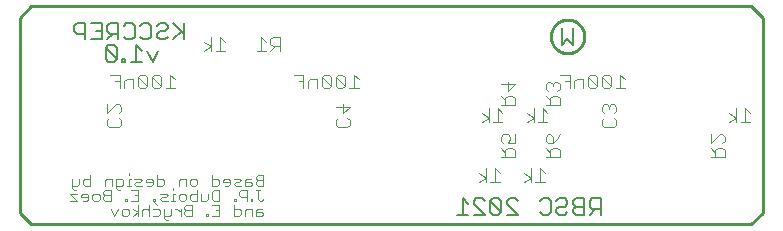
<source format=gbo>
G75*
%MOIN*%
%OFA0B0*%
%FSLAX25Y25*%
%IPPOS*%
%LPD*%
%AMOC8*
5,1,8,0,0,1.08239X$1,22.5*
%
%ADD10C,0.01000*%
%ADD11C,0.00500*%
%ADD12C,0.00300*%
%ADD13C,0.00400*%
D10*
X0007750Y0004000D02*
X0004000Y0007750D01*
X0004000Y0072750D01*
X0007750Y0076500D01*
X0247750Y0076500D01*
X0251500Y0072750D01*
X0251500Y0007750D01*
X0247750Y0004000D01*
X0007750Y0004000D01*
X0180910Y0066500D02*
X0180912Y0066649D01*
X0180918Y0066799D01*
X0180928Y0066948D01*
X0180942Y0067097D01*
X0180960Y0067245D01*
X0180982Y0067393D01*
X0181008Y0067540D01*
X0181037Y0067687D01*
X0181071Y0067832D01*
X0181109Y0067977D01*
X0181150Y0068120D01*
X0181195Y0068263D01*
X0181244Y0068404D01*
X0181297Y0068544D01*
X0181354Y0068682D01*
X0181414Y0068819D01*
X0181478Y0068954D01*
X0181545Y0069088D01*
X0181616Y0069219D01*
X0181690Y0069349D01*
X0181768Y0069476D01*
X0181849Y0069602D01*
X0181934Y0069725D01*
X0182022Y0069846D01*
X0182113Y0069964D01*
X0182207Y0070080D01*
X0182304Y0070194D01*
X0182405Y0070305D01*
X0182508Y0070413D01*
X0182614Y0070518D01*
X0182723Y0070621D01*
X0182834Y0070720D01*
X0182948Y0070817D01*
X0183065Y0070910D01*
X0183184Y0071000D01*
X0183306Y0071087D01*
X0183429Y0071171D01*
X0183555Y0071252D01*
X0183683Y0071329D01*
X0183814Y0071402D01*
X0183946Y0071472D01*
X0184079Y0071539D01*
X0184215Y0071602D01*
X0184352Y0071661D01*
X0184491Y0071716D01*
X0184631Y0071768D01*
X0184773Y0071816D01*
X0184915Y0071861D01*
X0185059Y0071901D01*
X0185204Y0071938D01*
X0185350Y0071970D01*
X0185497Y0071999D01*
X0185644Y0072024D01*
X0185792Y0072045D01*
X0185940Y0072062D01*
X0186089Y0072075D01*
X0186239Y0072084D01*
X0186388Y0072089D01*
X0186537Y0072090D01*
X0186687Y0072087D01*
X0186836Y0072080D01*
X0186985Y0072069D01*
X0187134Y0072054D01*
X0187282Y0072035D01*
X0187430Y0072012D01*
X0187577Y0071985D01*
X0187723Y0071955D01*
X0187868Y0071920D01*
X0188013Y0071881D01*
X0188156Y0071839D01*
X0188298Y0071793D01*
X0188439Y0071743D01*
X0188579Y0071689D01*
X0188717Y0071632D01*
X0188853Y0071571D01*
X0188988Y0071506D01*
X0189121Y0071438D01*
X0189252Y0071366D01*
X0189381Y0071290D01*
X0189508Y0071212D01*
X0189633Y0071130D01*
X0189755Y0071044D01*
X0189876Y0070956D01*
X0189994Y0070864D01*
X0190109Y0070769D01*
X0190222Y0070671D01*
X0190332Y0070570D01*
X0190439Y0070466D01*
X0190544Y0070359D01*
X0190646Y0070250D01*
X0190745Y0070138D01*
X0190840Y0070023D01*
X0190933Y0069905D01*
X0191022Y0069786D01*
X0191109Y0069664D01*
X0191192Y0069539D01*
X0191271Y0069413D01*
X0191347Y0069284D01*
X0191420Y0069154D01*
X0191489Y0069021D01*
X0191555Y0068887D01*
X0191617Y0068751D01*
X0191675Y0068613D01*
X0191730Y0068474D01*
X0191781Y0068334D01*
X0191828Y0068192D01*
X0191871Y0068049D01*
X0191911Y0067905D01*
X0191946Y0067759D01*
X0191978Y0067613D01*
X0192006Y0067467D01*
X0192030Y0067319D01*
X0192050Y0067171D01*
X0192066Y0067022D01*
X0192078Y0066873D01*
X0192086Y0066724D01*
X0192090Y0066575D01*
X0192090Y0066425D01*
X0192086Y0066276D01*
X0192078Y0066127D01*
X0192066Y0065978D01*
X0192050Y0065829D01*
X0192030Y0065681D01*
X0192006Y0065533D01*
X0191978Y0065387D01*
X0191946Y0065241D01*
X0191911Y0065095D01*
X0191871Y0064951D01*
X0191828Y0064808D01*
X0191781Y0064666D01*
X0191730Y0064526D01*
X0191675Y0064387D01*
X0191617Y0064249D01*
X0191555Y0064113D01*
X0191489Y0063979D01*
X0191420Y0063846D01*
X0191347Y0063716D01*
X0191271Y0063587D01*
X0191192Y0063461D01*
X0191109Y0063336D01*
X0191022Y0063214D01*
X0190933Y0063095D01*
X0190840Y0062977D01*
X0190745Y0062862D01*
X0190646Y0062750D01*
X0190544Y0062641D01*
X0190439Y0062534D01*
X0190332Y0062430D01*
X0190222Y0062329D01*
X0190109Y0062231D01*
X0189994Y0062136D01*
X0189876Y0062044D01*
X0189755Y0061956D01*
X0189633Y0061870D01*
X0189508Y0061788D01*
X0189381Y0061710D01*
X0189252Y0061634D01*
X0189121Y0061562D01*
X0188988Y0061494D01*
X0188853Y0061429D01*
X0188717Y0061368D01*
X0188579Y0061311D01*
X0188439Y0061257D01*
X0188298Y0061207D01*
X0188156Y0061161D01*
X0188013Y0061119D01*
X0187868Y0061080D01*
X0187723Y0061045D01*
X0187577Y0061015D01*
X0187430Y0060988D01*
X0187282Y0060965D01*
X0187134Y0060946D01*
X0186985Y0060931D01*
X0186836Y0060920D01*
X0186687Y0060913D01*
X0186537Y0060910D01*
X0186388Y0060911D01*
X0186239Y0060916D01*
X0186089Y0060925D01*
X0185940Y0060938D01*
X0185792Y0060955D01*
X0185644Y0060976D01*
X0185497Y0061001D01*
X0185350Y0061030D01*
X0185204Y0061062D01*
X0185059Y0061099D01*
X0184915Y0061139D01*
X0184773Y0061184D01*
X0184631Y0061232D01*
X0184491Y0061284D01*
X0184352Y0061339D01*
X0184215Y0061398D01*
X0184079Y0061461D01*
X0183946Y0061528D01*
X0183814Y0061598D01*
X0183683Y0061671D01*
X0183555Y0061748D01*
X0183429Y0061829D01*
X0183306Y0061913D01*
X0183184Y0062000D01*
X0183065Y0062090D01*
X0182948Y0062183D01*
X0182834Y0062280D01*
X0182723Y0062379D01*
X0182614Y0062482D01*
X0182508Y0062587D01*
X0182405Y0062695D01*
X0182304Y0062806D01*
X0182207Y0062920D01*
X0182113Y0063036D01*
X0182022Y0063154D01*
X0181934Y0063275D01*
X0181849Y0063398D01*
X0181768Y0063524D01*
X0181690Y0063651D01*
X0181616Y0063781D01*
X0181545Y0063912D01*
X0181478Y0064046D01*
X0181414Y0064181D01*
X0181354Y0064318D01*
X0181297Y0064456D01*
X0181244Y0064596D01*
X0181195Y0064737D01*
X0181150Y0064880D01*
X0181109Y0065023D01*
X0181071Y0065168D01*
X0181037Y0065313D01*
X0181008Y0065460D01*
X0180982Y0065607D01*
X0180960Y0065755D01*
X0180942Y0065903D01*
X0180928Y0066052D01*
X0180918Y0066201D01*
X0180912Y0066351D01*
X0180910Y0066500D01*
D11*
X0184605Y0063750D02*
X0186440Y0065585D01*
X0188275Y0063750D01*
X0188275Y0069255D01*
X0184605Y0069255D02*
X0184605Y0063750D01*
X0058750Y0065500D02*
X0058750Y0071005D01*
X0058750Y0067335D02*
X0055080Y0071005D01*
X0053225Y0070087D02*
X0053225Y0069170D01*
X0052308Y0068252D01*
X0050473Y0068252D01*
X0049555Y0067335D01*
X0049555Y0066417D01*
X0050473Y0065500D01*
X0052308Y0065500D01*
X0053225Y0066417D01*
X0055080Y0065500D02*
X0057833Y0068252D01*
X0053225Y0070087D02*
X0052308Y0071005D01*
X0050473Y0071005D01*
X0049555Y0070087D01*
X0047701Y0070087D02*
X0046783Y0071005D01*
X0044948Y0071005D01*
X0044031Y0070087D01*
X0042176Y0070087D02*
X0041258Y0071005D01*
X0039423Y0071005D01*
X0038506Y0070087D01*
X0036651Y0071005D02*
X0033899Y0071005D01*
X0032981Y0070087D01*
X0032981Y0068252D01*
X0033899Y0067335D01*
X0036651Y0067335D01*
X0034816Y0067335D02*
X0032981Y0065500D01*
X0031126Y0065500D02*
X0027457Y0065500D01*
X0025602Y0065500D02*
X0025602Y0071005D01*
X0022849Y0071005D01*
X0021932Y0070087D01*
X0021932Y0068252D01*
X0022849Y0067335D01*
X0025602Y0067335D01*
X0029292Y0068252D02*
X0031126Y0068252D01*
X0031126Y0065500D02*
X0031126Y0071005D01*
X0027457Y0071005D01*
X0036651Y0071005D02*
X0036651Y0065500D01*
X0038506Y0066417D02*
X0039423Y0065500D01*
X0041258Y0065500D01*
X0042176Y0066417D01*
X0042176Y0070087D01*
X0047701Y0070087D02*
X0047701Y0066417D01*
X0046783Y0065500D01*
X0044948Y0065500D01*
X0044031Y0066417D01*
X0042640Y0063505D02*
X0042640Y0058000D01*
X0044475Y0058000D02*
X0040805Y0058000D01*
X0038951Y0058000D02*
X0038033Y0058000D01*
X0038033Y0058917D01*
X0038951Y0058917D01*
X0038951Y0058000D01*
X0036188Y0058917D02*
X0032518Y0062587D01*
X0032518Y0058917D01*
X0033436Y0058000D01*
X0035271Y0058000D01*
X0036188Y0058917D01*
X0036188Y0062587D01*
X0035271Y0063505D01*
X0033436Y0063505D01*
X0032518Y0062587D01*
X0042640Y0063505D02*
X0044475Y0061670D01*
X0046330Y0061670D02*
X0048165Y0058000D01*
X0050000Y0061670D01*
X0151467Y0012505D02*
X0151467Y0007000D01*
X0153302Y0007000D02*
X0149632Y0007000D01*
X0155157Y0007000D02*
X0158827Y0007000D01*
X0155157Y0010670D01*
X0155157Y0011587D01*
X0156075Y0012505D01*
X0157910Y0012505D01*
X0158827Y0011587D01*
X0160682Y0011587D02*
X0164352Y0007917D01*
X0163434Y0007000D01*
X0161599Y0007000D01*
X0160682Y0007917D01*
X0160682Y0011587D01*
X0161599Y0012505D01*
X0163434Y0012505D01*
X0164352Y0011587D01*
X0164352Y0007917D01*
X0166207Y0007000D02*
X0169876Y0007000D01*
X0166207Y0010670D01*
X0166207Y0011587D01*
X0167124Y0012505D01*
X0168959Y0012505D01*
X0169876Y0011587D01*
X0177256Y0011587D02*
X0178173Y0012505D01*
X0180008Y0012505D01*
X0180926Y0011587D01*
X0180926Y0007917D01*
X0180008Y0007000D01*
X0178173Y0007000D01*
X0177256Y0007917D01*
X0182781Y0007917D02*
X0183698Y0007000D01*
X0185533Y0007000D01*
X0186451Y0007917D01*
X0188305Y0007917D02*
X0188305Y0008835D01*
X0189223Y0009752D01*
X0191975Y0009752D01*
X0193830Y0009752D02*
X0194748Y0008835D01*
X0197500Y0008835D01*
X0195665Y0008835D02*
X0193830Y0007000D01*
X0191975Y0007000D02*
X0189223Y0007000D01*
X0188305Y0007917D01*
X0191975Y0007000D02*
X0191975Y0012505D01*
X0189223Y0012505D01*
X0188305Y0011587D01*
X0188305Y0010670D01*
X0189223Y0009752D01*
X0193830Y0009752D02*
X0193830Y0011587D01*
X0194748Y0012505D01*
X0197500Y0012505D01*
X0197500Y0007000D01*
X0186451Y0010670D02*
X0185533Y0009752D01*
X0183698Y0009752D01*
X0182781Y0008835D01*
X0182781Y0007917D01*
X0186451Y0010670D02*
X0186451Y0011587D01*
X0185533Y0012505D01*
X0183698Y0012505D01*
X0182781Y0011587D01*
X0153302Y0010670D02*
X0151467Y0012505D01*
D12*
X0085100Y0012267D02*
X0084483Y0011650D01*
X0083866Y0011650D01*
X0083248Y0012267D01*
X0083248Y0015353D01*
X0082631Y0015353D02*
X0083866Y0015353D01*
X0083248Y0016650D02*
X0085100Y0016650D01*
X0085100Y0020353D01*
X0083248Y0020353D01*
X0082631Y0019736D01*
X0082631Y0019119D01*
X0083248Y0018502D01*
X0085100Y0018502D01*
X0083248Y0018502D02*
X0082631Y0017884D01*
X0082631Y0017267D01*
X0083248Y0016650D01*
X0081417Y0017267D02*
X0080800Y0017884D01*
X0078948Y0017884D01*
X0078948Y0018502D02*
X0078948Y0016650D01*
X0080800Y0016650D01*
X0081417Y0017267D01*
X0079565Y0019119D02*
X0078948Y0018502D01*
X0079565Y0019119D02*
X0080800Y0019119D01*
X0077734Y0018502D02*
X0077117Y0019119D01*
X0075265Y0019119D01*
X0074051Y0018502D02*
X0073433Y0019119D01*
X0072199Y0019119D01*
X0071582Y0018502D01*
X0071582Y0017884D01*
X0074051Y0017884D01*
X0074051Y0017267D02*
X0074051Y0018502D01*
X0074051Y0017267D02*
X0073433Y0016650D01*
X0072199Y0016650D01*
X0070367Y0017267D02*
X0070367Y0018502D01*
X0069750Y0019119D01*
X0067899Y0019119D01*
X0067899Y0020353D02*
X0067899Y0016650D01*
X0069750Y0016650D01*
X0070367Y0017267D01*
X0070367Y0015353D02*
X0068516Y0015353D01*
X0067899Y0014736D01*
X0067899Y0012267D01*
X0068516Y0011650D01*
X0070367Y0011650D01*
X0070367Y0015353D01*
X0066684Y0014119D02*
X0066684Y0012267D01*
X0066067Y0011650D01*
X0064216Y0011650D01*
X0064216Y0014119D01*
X0063001Y0014119D02*
X0061150Y0014119D01*
X0060532Y0013502D01*
X0060532Y0012267D01*
X0061150Y0011650D01*
X0063001Y0011650D01*
X0063001Y0015353D01*
X0062384Y0016650D02*
X0061150Y0016650D01*
X0060532Y0017267D01*
X0060532Y0018502D01*
X0061150Y0019119D01*
X0062384Y0019119D01*
X0063001Y0018502D01*
X0063001Y0017267D01*
X0062384Y0016650D01*
X0059318Y0016650D02*
X0059318Y0019119D01*
X0057466Y0019119D01*
X0056849Y0018502D01*
X0056849Y0016650D01*
X0055018Y0015970D02*
X0055018Y0015353D01*
X0051952Y0017267D02*
X0051335Y0016650D01*
X0049483Y0016650D01*
X0049483Y0020353D01*
X0049483Y0019119D02*
X0051335Y0019119D01*
X0051952Y0018502D01*
X0051952Y0017267D01*
X0048269Y0017267D02*
X0047651Y0016650D01*
X0046417Y0016650D01*
X0044585Y0016650D02*
X0042734Y0016650D01*
X0042117Y0017267D01*
X0042734Y0017884D01*
X0043968Y0017884D01*
X0044585Y0018502D01*
X0043968Y0019119D01*
X0042117Y0019119D01*
X0040902Y0019119D02*
X0040285Y0019119D01*
X0040285Y0016650D01*
X0040902Y0016650D02*
X0039668Y0016650D01*
X0038447Y0017267D02*
X0037830Y0016650D01*
X0035978Y0016650D01*
X0035978Y0016033D02*
X0035978Y0019119D01*
X0037830Y0019119D01*
X0038447Y0018502D01*
X0038447Y0017267D01*
X0037212Y0015416D02*
X0036595Y0015416D01*
X0035978Y0016033D01*
X0034764Y0016650D02*
X0034764Y0019119D01*
X0032912Y0019119D01*
X0032295Y0018502D01*
X0032295Y0016650D01*
X0032298Y0015353D02*
X0031681Y0014736D01*
X0031681Y0014119D01*
X0032298Y0013502D01*
X0034150Y0013502D01*
X0032298Y0013502D02*
X0031681Y0012884D01*
X0031681Y0012267D01*
X0032298Y0011650D01*
X0034150Y0011650D01*
X0034150Y0015353D01*
X0032298Y0015353D01*
X0030467Y0013502D02*
X0029850Y0014119D01*
X0028615Y0014119D01*
X0027998Y0013502D01*
X0027998Y0012267D01*
X0028615Y0011650D01*
X0029850Y0011650D01*
X0030467Y0012267D01*
X0030467Y0013502D01*
X0026784Y0013502D02*
X0026784Y0012267D01*
X0026166Y0011650D01*
X0024932Y0011650D01*
X0023100Y0011650D02*
X0020632Y0011650D01*
X0023100Y0011650D02*
X0020632Y0014119D01*
X0023100Y0014119D01*
X0024315Y0013502D02*
X0024932Y0014119D01*
X0026166Y0014119D01*
X0026784Y0013502D01*
X0026784Y0012884D02*
X0024315Y0012884D01*
X0024315Y0013502D01*
X0022480Y0015416D02*
X0021863Y0015416D01*
X0021245Y0016033D01*
X0021245Y0019119D01*
X0023714Y0019119D02*
X0023714Y0017267D01*
X0023097Y0016650D01*
X0021245Y0016650D01*
X0024929Y0017267D02*
X0024929Y0018502D01*
X0025546Y0019119D01*
X0027397Y0019119D01*
X0027397Y0020353D02*
X0027397Y0016650D01*
X0025546Y0016650D01*
X0024929Y0017267D01*
X0039057Y0012267D02*
X0039057Y0011650D01*
X0039675Y0011650D01*
X0039675Y0012267D01*
X0039057Y0012267D01*
X0040889Y0011650D02*
X0043358Y0011650D01*
X0043358Y0015353D01*
X0040889Y0015353D01*
X0048269Y0017267D02*
X0048269Y0018502D01*
X0047651Y0019119D01*
X0046417Y0019119D01*
X0045800Y0018502D01*
X0045800Y0017884D01*
X0048269Y0017884D01*
X0040285Y0020353D02*
X0040285Y0020970D01*
X0050711Y0014119D02*
X0052562Y0014119D01*
X0053179Y0013502D01*
X0052562Y0012884D01*
X0051328Y0012884D01*
X0050711Y0012267D01*
X0051328Y0011650D01*
X0053179Y0011650D01*
X0054400Y0011650D02*
X0055635Y0011650D01*
X0055018Y0011650D02*
X0055018Y0014119D01*
X0055635Y0014119D01*
X0056849Y0013502D02*
X0057466Y0014119D01*
X0058701Y0014119D01*
X0059318Y0013502D01*
X0059318Y0012267D01*
X0058701Y0011650D01*
X0057466Y0011650D01*
X0056849Y0012267D01*
X0056849Y0013502D01*
X0048879Y0012267D02*
X0048879Y0011650D01*
X0048262Y0011650D01*
X0048262Y0012267D01*
X0048879Y0012267D01*
X0048262Y0011650D02*
X0049496Y0010416D01*
X0050107Y0009119D02*
X0048255Y0009119D01*
X0047041Y0008502D02*
X0046424Y0009119D01*
X0045189Y0009119D01*
X0044572Y0008502D01*
X0044572Y0006650D01*
X0043358Y0006650D02*
X0043358Y0010353D01*
X0041506Y0009119D02*
X0043358Y0007884D01*
X0041506Y0006650D01*
X0040288Y0007267D02*
X0039671Y0006650D01*
X0038437Y0006650D01*
X0037820Y0007267D01*
X0037820Y0008502D01*
X0038437Y0009119D01*
X0039671Y0009119D01*
X0040288Y0008502D01*
X0040288Y0007267D01*
X0036605Y0009119D02*
X0035371Y0006650D01*
X0034137Y0009119D01*
X0042123Y0013502D02*
X0043358Y0013502D01*
X0047041Y0010353D02*
X0047041Y0006650D01*
X0048255Y0006650D02*
X0050107Y0006650D01*
X0050724Y0007267D01*
X0050724Y0008502D01*
X0050107Y0009119D01*
X0051938Y0009119D02*
X0051938Y0006033D01*
X0052556Y0005416D01*
X0053173Y0005416D01*
X0053790Y0006650D02*
X0051938Y0006650D01*
X0053790Y0006650D02*
X0054407Y0007267D01*
X0054407Y0009119D01*
X0055625Y0009119D02*
X0056242Y0009119D01*
X0057476Y0007884D01*
X0058691Y0007884D02*
X0058691Y0007267D01*
X0059308Y0006650D01*
X0061160Y0006650D01*
X0061160Y0010353D01*
X0059308Y0010353D01*
X0058691Y0009736D01*
X0058691Y0009119D01*
X0059308Y0008502D01*
X0061160Y0008502D01*
X0059308Y0008502D02*
X0058691Y0007884D01*
X0057476Y0006650D02*
X0057476Y0009119D01*
X0066067Y0007267D02*
X0066067Y0006650D01*
X0066684Y0006650D01*
X0066684Y0007267D01*
X0066067Y0007267D01*
X0067899Y0006650D02*
X0070367Y0006650D01*
X0070367Y0010353D01*
X0067899Y0010353D01*
X0069133Y0008502D02*
X0070367Y0008502D01*
X0075265Y0009119D02*
X0077117Y0009119D01*
X0077734Y0008502D01*
X0077734Y0007267D01*
X0077117Y0006650D01*
X0075265Y0006650D01*
X0075265Y0010353D01*
X0075275Y0011650D02*
X0075892Y0011650D01*
X0075892Y0012267D01*
X0075275Y0012267D01*
X0075275Y0011650D01*
X0077107Y0013502D02*
X0077724Y0012884D01*
X0079575Y0012884D01*
X0080800Y0012267D02*
X0080800Y0011650D01*
X0081417Y0011650D01*
X0081417Y0012267D01*
X0080800Y0012267D01*
X0079575Y0011650D02*
X0079575Y0015353D01*
X0077724Y0015353D01*
X0077107Y0014736D01*
X0077107Y0013502D01*
X0077734Y0016650D02*
X0075882Y0016650D01*
X0075265Y0017267D01*
X0075882Y0017884D01*
X0077117Y0017884D01*
X0077734Y0018502D01*
X0079565Y0009119D02*
X0078948Y0008502D01*
X0078948Y0006650D01*
X0081417Y0006650D02*
X0081417Y0009119D01*
X0079565Y0009119D01*
X0082631Y0008502D02*
X0082631Y0006650D01*
X0084483Y0006650D01*
X0085100Y0007267D01*
X0084483Y0007884D01*
X0082631Y0007884D01*
X0082631Y0008502D02*
X0083248Y0009119D01*
X0084483Y0009119D01*
D13*
X0156894Y0017950D02*
X0159196Y0019485D01*
X0156894Y0021019D01*
X0159196Y0022554D02*
X0159196Y0017950D01*
X0160731Y0017950D02*
X0163800Y0017950D01*
X0162265Y0017950D02*
X0162265Y0022554D01*
X0163800Y0021019D01*
X0171894Y0021019D02*
X0174196Y0019485D01*
X0171894Y0017950D01*
X0174196Y0017950D02*
X0174196Y0022554D01*
X0177265Y0022554D02*
X0177265Y0017950D01*
X0175731Y0017950D02*
X0178800Y0017950D01*
X0178800Y0021019D02*
X0177265Y0022554D01*
X0179200Y0026242D02*
X0183804Y0026242D01*
X0183804Y0028544D01*
X0183037Y0029311D01*
X0181502Y0029311D01*
X0180735Y0028544D01*
X0180735Y0026242D01*
X0180735Y0027777D02*
X0179200Y0029311D01*
X0179967Y0030846D02*
X0179200Y0031613D01*
X0179200Y0033148D01*
X0179967Y0033915D01*
X0180735Y0033915D01*
X0181502Y0033148D01*
X0181502Y0030846D01*
X0179967Y0030846D01*
X0181502Y0030846D02*
X0183037Y0032381D01*
X0183804Y0033915D01*
X0179741Y0037950D02*
X0176671Y0037950D01*
X0175137Y0037950D02*
X0175137Y0042554D01*
X0178206Y0042554D02*
X0178206Y0037950D01*
X0175137Y0039485D02*
X0172835Y0041019D01*
X0175137Y0039485D02*
X0172835Y0037950D01*
X0178206Y0042554D02*
X0179741Y0041019D01*
X0179200Y0043742D02*
X0183804Y0043742D01*
X0183804Y0046044D01*
X0183037Y0046811D01*
X0181502Y0046811D01*
X0180735Y0046044D01*
X0180735Y0043742D01*
X0180735Y0045277D02*
X0179200Y0046811D01*
X0179967Y0048346D02*
X0179200Y0049113D01*
X0179200Y0050648D01*
X0179967Y0051415D01*
X0180735Y0051415D01*
X0181502Y0050648D01*
X0181502Y0049881D01*
X0181502Y0050648D02*
X0182269Y0051415D01*
X0183037Y0051415D01*
X0183804Y0050648D01*
X0183804Y0049113D01*
X0183037Y0048346D01*
X0187154Y0049200D02*
X0187154Y0053804D01*
X0184085Y0053804D01*
X0188689Y0051502D02*
X0189456Y0052269D01*
X0191758Y0052269D01*
X0191758Y0049200D01*
X0193293Y0049967D02*
X0194060Y0049200D01*
X0195595Y0049200D01*
X0196362Y0049967D01*
X0193293Y0053037D01*
X0193293Y0049967D01*
X0196362Y0049967D02*
X0196362Y0053037D01*
X0195595Y0053804D01*
X0194060Y0053804D01*
X0193293Y0053037D01*
X0197896Y0053037D02*
X0200966Y0049967D01*
X0200198Y0049200D01*
X0198664Y0049200D01*
X0197896Y0049967D01*
X0197896Y0053037D01*
X0198664Y0053804D01*
X0200198Y0053804D01*
X0200966Y0053037D01*
X0200966Y0049967D01*
X0202500Y0049200D02*
X0205570Y0049200D01*
X0204035Y0049200D02*
X0204035Y0053804D01*
X0205570Y0052269D01*
X0188689Y0051502D02*
X0188689Y0049200D01*
X0187154Y0051502D02*
X0185619Y0051502D01*
X0168804Y0050648D02*
X0166502Y0048346D01*
X0166502Y0051415D01*
X0164200Y0050648D02*
X0168804Y0050648D01*
X0168037Y0046811D02*
X0166502Y0046811D01*
X0165735Y0046044D01*
X0165735Y0043742D01*
X0164200Y0043742D02*
X0168804Y0043742D01*
X0168804Y0046044D01*
X0168037Y0046811D01*
X0165735Y0045277D02*
X0164200Y0046811D01*
X0163206Y0042554D02*
X0163206Y0037950D01*
X0164741Y0037950D02*
X0161671Y0037950D01*
X0160137Y0037950D02*
X0160137Y0042554D01*
X0163206Y0042554D02*
X0164741Y0041019D01*
X0160137Y0039485D02*
X0157835Y0041019D01*
X0160137Y0039485D02*
X0157835Y0037950D01*
X0164200Y0033148D02*
X0164967Y0033915D01*
X0166502Y0033915D01*
X0167269Y0033148D01*
X0167269Y0032381D01*
X0166502Y0030846D01*
X0168804Y0030846D01*
X0168804Y0033915D01*
X0164200Y0033148D02*
X0164200Y0031613D01*
X0164967Y0030846D01*
X0164200Y0029311D02*
X0165735Y0027777D01*
X0165735Y0028544D02*
X0165735Y0026242D01*
X0164200Y0026242D02*
X0168804Y0026242D01*
X0168804Y0028544D01*
X0168037Y0029311D01*
X0166502Y0029311D01*
X0165735Y0028544D01*
X0197950Y0037009D02*
X0197950Y0038544D01*
X0198717Y0039311D01*
X0201787Y0039311D02*
X0202554Y0038544D01*
X0202554Y0037009D01*
X0201787Y0036242D01*
X0198717Y0036242D01*
X0197950Y0037009D01*
X0198717Y0040846D02*
X0197950Y0041613D01*
X0197950Y0043148D01*
X0198717Y0043915D01*
X0199485Y0043915D01*
X0200252Y0043148D01*
X0200252Y0042381D01*
X0200252Y0043148D02*
X0201019Y0043915D01*
X0201787Y0043915D01*
X0202554Y0043148D01*
X0202554Y0041613D01*
X0201787Y0040846D01*
X0234200Y0033915D02*
X0234200Y0030846D01*
X0237269Y0033915D01*
X0238037Y0033915D01*
X0238804Y0033148D01*
X0238804Y0031613D01*
X0238037Y0030846D01*
X0238037Y0029311D02*
X0236502Y0029311D01*
X0235735Y0028544D01*
X0235735Y0026242D01*
X0234200Y0026242D02*
X0238804Y0026242D01*
X0238804Y0028544D01*
X0238037Y0029311D01*
X0235735Y0027777D02*
X0234200Y0029311D01*
X0240335Y0037950D02*
X0242637Y0039485D01*
X0240335Y0041019D01*
X0242637Y0042554D02*
X0242637Y0037950D01*
X0244171Y0037950D02*
X0247241Y0037950D01*
X0245706Y0037950D02*
X0245706Y0042554D01*
X0247241Y0041019D01*
X0116820Y0049200D02*
X0113750Y0049200D01*
X0115285Y0049200D02*
X0115285Y0053804D01*
X0116820Y0052269D01*
X0112216Y0053037D02*
X0112216Y0049967D01*
X0109146Y0053037D01*
X0109146Y0049967D01*
X0109914Y0049200D01*
X0111448Y0049200D01*
X0112216Y0049967D01*
X0107612Y0049967D02*
X0104543Y0053037D01*
X0104543Y0049967D01*
X0105310Y0049200D01*
X0106845Y0049200D01*
X0107612Y0049967D01*
X0107612Y0053037D01*
X0106845Y0053804D01*
X0105310Y0053804D01*
X0104543Y0053037D01*
X0103008Y0052269D02*
X0100706Y0052269D01*
X0099939Y0051502D01*
X0099939Y0049200D01*
X0098404Y0049200D02*
X0098404Y0053804D01*
X0095335Y0053804D01*
X0096869Y0051502D02*
X0098404Y0051502D01*
X0103008Y0052269D02*
X0103008Y0049200D01*
X0109146Y0053037D02*
X0109914Y0053804D01*
X0111448Y0053804D01*
X0112216Y0053037D01*
X0111502Y0043915D02*
X0111502Y0040846D01*
X0113804Y0043148D01*
X0109200Y0043148D01*
X0109967Y0039311D02*
X0109200Y0038544D01*
X0109200Y0037009D01*
X0109967Y0036242D01*
X0113037Y0036242D01*
X0113804Y0037009D01*
X0113804Y0038544D01*
X0113037Y0039311D01*
X0055570Y0049200D02*
X0052500Y0049200D01*
X0054035Y0049200D02*
X0054035Y0053804D01*
X0055570Y0052269D01*
X0050966Y0053037D02*
X0050966Y0049967D01*
X0047896Y0053037D01*
X0047896Y0049967D01*
X0048664Y0049200D01*
X0050198Y0049200D01*
X0050966Y0049967D01*
X0046362Y0049967D02*
X0043293Y0053037D01*
X0043293Y0049967D01*
X0044060Y0049200D01*
X0045595Y0049200D01*
X0046362Y0049967D01*
X0046362Y0053037D01*
X0045595Y0053804D01*
X0044060Y0053804D01*
X0043293Y0053037D01*
X0041758Y0052269D02*
X0039456Y0052269D01*
X0038689Y0051502D01*
X0038689Y0049200D01*
X0037154Y0049200D02*
X0037154Y0053804D01*
X0034085Y0053804D01*
X0035619Y0051502D02*
X0037154Y0051502D01*
X0041758Y0052269D02*
X0041758Y0049200D01*
X0047896Y0053037D02*
X0048664Y0053804D01*
X0050198Y0053804D01*
X0050966Y0053037D01*
X0037554Y0043148D02*
X0036787Y0043915D01*
X0036019Y0043915D01*
X0032950Y0040846D01*
X0032950Y0043915D01*
X0037554Y0043148D02*
X0037554Y0041613D01*
X0036787Y0040846D01*
X0036787Y0039311D02*
X0037554Y0038544D01*
X0037554Y0037009D01*
X0036787Y0036242D01*
X0033717Y0036242D01*
X0032950Y0037009D01*
X0032950Y0038544D01*
X0033717Y0039311D01*
X0065335Y0061700D02*
X0067637Y0063235D01*
X0065335Y0064769D01*
X0067637Y0066304D02*
X0067637Y0061700D01*
X0069171Y0061700D02*
X0072241Y0061700D01*
X0070706Y0061700D02*
X0070706Y0066304D01*
X0072241Y0064769D01*
X0082835Y0061700D02*
X0085904Y0061700D01*
X0087439Y0061700D02*
X0088973Y0063235D01*
X0088206Y0063235D02*
X0090508Y0063235D01*
X0088206Y0063235D02*
X0087439Y0064002D01*
X0087439Y0065537D01*
X0088206Y0066304D01*
X0090508Y0066304D01*
X0090508Y0061700D01*
X0084369Y0061700D02*
X0084369Y0066304D01*
X0085904Y0064769D01*
M02*

</source>
